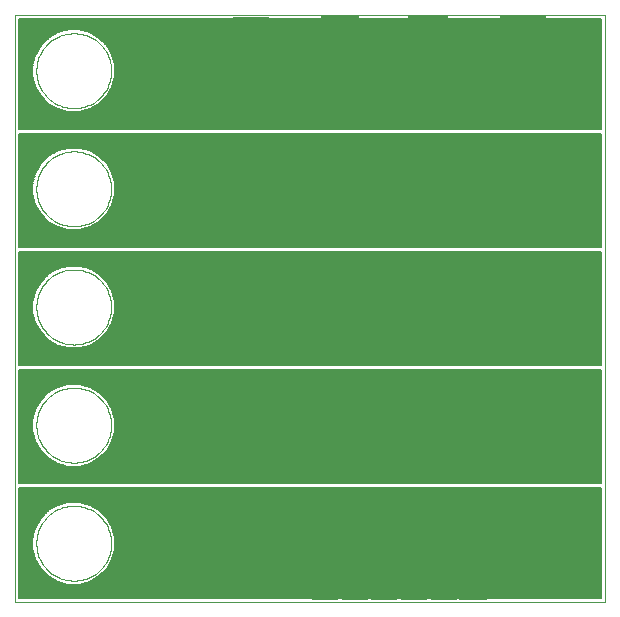
<source format=gtl>
G75*
G70*
%OFA0B0*%
%FSLAX24Y24*%
%IPPOS*%
%LPD*%
%AMOC8*
5,1,8,0,0,1.08239X$1,22.5*
%
%ADD10C,0.0000*%
%ADD11R,0.0551X0.0551*%
%ADD12R,0.0591X0.0591*%
%ADD13R,0.0866X0.0866*%
%ADD14R,0.0886X0.0886*%
%ADD15R,0.0945X0.0945*%
%ADD16R,0.1142X0.1142*%
%ADD17R,0.1181X0.1181*%
%ADD18R,0.1227X0.1227*%
%ADD19R,0.1266X0.1266*%
%ADD20R,0.1339X0.1339*%
%ADD21R,0.1581X0.1581*%
%ADD22C,0.0060*%
D10*
X000131Y000131D02*
X000131Y019718D01*
X019816Y019718D01*
X019816Y000131D01*
X000131Y000131D01*
X000850Y002100D02*
X000852Y002170D01*
X000858Y002240D01*
X000868Y002309D01*
X000881Y002378D01*
X000899Y002446D01*
X000920Y002513D01*
X000945Y002578D01*
X000974Y002642D01*
X001006Y002705D01*
X001042Y002765D01*
X001081Y002823D01*
X001123Y002879D01*
X001168Y002933D01*
X001216Y002984D01*
X001267Y003032D01*
X001321Y003077D01*
X001377Y003119D01*
X001435Y003158D01*
X001495Y003194D01*
X001558Y003226D01*
X001622Y003255D01*
X001687Y003280D01*
X001754Y003301D01*
X001822Y003319D01*
X001891Y003332D01*
X001960Y003342D01*
X002030Y003348D01*
X002100Y003350D01*
X002170Y003348D01*
X002240Y003342D01*
X002309Y003332D01*
X002378Y003319D01*
X002446Y003301D01*
X002513Y003280D01*
X002578Y003255D01*
X002642Y003226D01*
X002705Y003194D01*
X002765Y003158D01*
X002823Y003119D01*
X002879Y003077D01*
X002933Y003032D01*
X002984Y002984D01*
X003032Y002933D01*
X003077Y002879D01*
X003119Y002823D01*
X003158Y002765D01*
X003194Y002705D01*
X003226Y002642D01*
X003255Y002578D01*
X003280Y002513D01*
X003301Y002446D01*
X003319Y002378D01*
X003332Y002309D01*
X003342Y002240D01*
X003348Y002170D01*
X003350Y002100D01*
X003348Y002030D01*
X003342Y001960D01*
X003332Y001891D01*
X003319Y001822D01*
X003301Y001754D01*
X003280Y001687D01*
X003255Y001622D01*
X003226Y001558D01*
X003194Y001495D01*
X003158Y001435D01*
X003119Y001377D01*
X003077Y001321D01*
X003032Y001267D01*
X002984Y001216D01*
X002933Y001168D01*
X002879Y001123D01*
X002823Y001081D01*
X002765Y001042D01*
X002705Y001006D01*
X002642Y000974D01*
X002578Y000945D01*
X002513Y000920D01*
X002446Y000899D01*
X002378Y000881D01*
X002309Y000868D01*
X002240Y000858D01*
X002170Y000852D01*
X002100Y000850D01*
X002030Y000852D01*
X001960Y000858D01*
X001891Y000868D01*
X001822Y000881D01*
X001754Y000899D01*
X001687Y000920D01*
X001622Y000945D01*
X001558Y000974D01*
X001495Y001006D01*
X001435Y001042D01*
X001377Y001081D01*
X001321Y001123D01*
X001267Y001168D01*
X001216Y001216D01*
X001168Y001267D01*
X001123Y001321D01*
X001081Y001377D01*
X001042Y001435D01*
X001006Y001495D01*
X000974Y001558D01*
X000945Y001622D01*
X000920Y001687D01*
X000899Y001754D01*
X000881Y001822D01*
X000868Y001891D01*
X000858Y001960D01*
X000852Y002030D01*
X000850Y002100D01*
X000850Y006037D02*
X000852Y006107D01*
X000858Y006177D01*
X000868Y006246D01*
X000881Y006315D01*
X000899Y006383D01*
X000920Y006450D01*
X000945Y006515D01*
X000974Y006579D01*
X001006Y006642D01*
X001042Y006702D01*
X001081Y006760D01*
X001123Y006816D01*
X001168Y006870D01*
X001216Y006921D01*
X001267Y006969D01*
X001321Y007014D01*
X001377Y007056D01*
X001435Y007095D01*
X001495Y007131D01*
X001558Y007163D01*
X001622Y007192D01*
X001687Y007217D01*
X001754Y007238D01*
X001822Y007256D01*
X001891Y007269D01*
X001960Y007279D01*
X002030Y007285D01*
X002100Y007287D01*
X002170Y007285D01*
X002240Y007279D01*
X002309Y007269D01*
X002378Y007256D01*
X002446Y007238D01*
X002513Y007217D01*
X002578Y007192D01*
X002642Y007163D01*
X002705Y007131D01*
X002765Y007095D01*
X002823Y007056D01*
X002879Y007014D01*
X002933Y006969D01*
X002984Y006921D01*
X003032Y006870D01*
X003077Y006816D01*
X003119Y006760D01*
X003158Y006702D01*
X003194Y006642D01*
X003226Y006579D01*
X003255Y006515D01*
X003280Y006450D01*
X003301Y006383D01*
X003319Y006315D01*
X003332Y006246D01*
X003342Y006177D01*
X003348Y006107D01*
X003350Y006037D01*
X003348Y005967D01*
X003342Y005897D01*
X003332Y005828D01*
X003319Y005759D01*
X003301Y005691D01*
X003280Y005624D01*
X003255Y005559D01*
X003226Y005495D01*
X003194Y005432D01*
X003158Y005372D01*
X003119Y005314D01*
X003077Y005258D01*
X003032Y005204D01*
X002984Y005153D01*
X002933Y005105D01*
X002879Y005060D01*
X002823Y005018D01*
X002765Y004979D01*
X002705Y004943D01*
X002642Y004911D01*
X002578Y004882D01*
X002513Y004857D01*
X002446Y004836D01*
X002378Y004818D01*
X002309Y004805D01*
X002240Y004795D01*
X002170Y004789D01*
X002100Y004787D01*
X002030Y004789D01*
X001960Y004795D01*
X001891Y004805D01*
X001822Y004818D01*
X001754Y004836D01*
X001687Y004857D01*
X001622Y004882D01*
X001558Y004911D01*
X001495Y004943D01*
X001435Y004979D01*
X001377Y005018D01*
X001321Y005060D01*
X001267Y005105D01*
X001216Y005153D01*
X001168Y005204D01*
X001123Y005258D01*
X001081Y005314D01*
X001042Y005372D01*
X001006Y005432D01*
X000974Y005495D01*
X000945Y005559D01*
X000920Y005624D01*
X000899Y005691D01*
X000881Y005759D01*
X000868Y005828D01*
X000858Y005897D01*
X000852Y005967D01*
X000850Y006037D01*
X000850Y009974D02*
X000852Y010044D01*
X000858Y010114D01*
X000868Y010183D01*
X000881Y010252D01*
X000899Y010320D01*
X000920Y010387D01*
X000945Y010452D01*
X000974Y010516D01*
X001006Y010579D01*
X001042Y010639D01*
X001081Y010697D01*
X001123Y010753D01*
X001168Y010807D01*
X001216Y010858D01*
X001267Y010906D01*
X001321Y010951D01*
X001377Y010993D01*
X001435Y011032D01*
X001495Y011068D01*
X001558Y011100D01*
X001622Y011129D01*
X001687Y011154D01*
X001754Y011175D01*
X001822Y011193D01*
X001891Y011206D01*
X001960Y011216D01*
X002030Y011222D01*
X002100Y011224D01*
X002170Y011222D01*
X002240Y011216D01*
X002309Y011206D01*
X002378Y011193D01*
X002446Y011175D01*
X002513Y011154D01*
X002578Y011129D01*
X002642Y011100D01*
X002705Y011068D01*
X002765Y011032D01*
X002823Y010993D01*
X002879Y010951D01*
X002933Y010906D01*
X002984Y010858D01*
X003032Y010807D01*
X003077Y010753D01*
X003119Y010697D01*
X003158Y010639D01*
X003194Y010579D01*
X003226Y010516D01*
X003255Y010452D01*
X003280Y010387D01*
X003301Y010320D01*
X003319Y010252D01*
X003332Y010183D01*
X003342Y010114D01*
X003348Y010044D01*
X003350Y009974D01*
X003348Y009904D01*
X003342Y009834D01*
X003332Y009765D01*
X003319Y009696D01*
X003301Y009628D01*
X003280Y009561D01*
X003255Y009496D01*
X003226Y009432D01*
X003194Y009369D01*
X003158Y009309D01*
X003119Y009251D01*
X003077Y009195D01*
X003032Y009141D01*
X002984Y009090D01*
X002933Y009042D01*
X002879Y008997D01*
X002823Y008955D01*
X002765Y008916D01*
X002705Y008880D01*
X002642Y008848D01*
X002578Y008819D01*
X002513Y008794D01*
X002446Y008773D01*
X002378Y008755D01*
X002309Y008742D01*
X002240Y008732D01*
X002170Y008726D01*
X002100Y008724D01*
X002030Y008726D01*
X001960Y008732D01*
X001891Y008742D01*
X001822Y008755D01*
X001754Y008773D01*
X001687Y008794D01*
X001622Y008819D01*
X001558Y008848D01*
X001495Y008880D01*
X001435Y008916D01*
X001377Y008955D01*
X001321Y008997D01*
X001267Y009042D01*
X001216Y009090D01*
X001168Y009141D01*
X001123Y009195D01*
X001081Y009251D01*
X001042Y009309D01*
X001006Y009369D01*
X000974Y009432D01*
X000945Y009496D01*
X000920Y009561D01*
X000899Y009628D01*
X000881Y009696D01*
X000868Y009765D01*
X000858Y009834D01*
X000852Y009904D01*
X000850Y009974D01*
X000850Y013911D02*
X000852Y013981D01*
X000858Y014051D01*
X000868Y014120D01*
X000881Y014189D01*
X000899Y014257D01*
X000920Y014324D01*
X000945Y014389D01*
X000974Y014453D01*
X001006Y014516D01*
X001042Y014576D01*
X001081Y014634D01*
X001123Y014690D01*
X001168Y014744D01*
X001216Y014795D01*
X001267Y014843D01*
X001321Y014888D01*
X001377Y014930D01*
X001435Y014969D01*
X001495Y015005D01*
X001558Y015037D01*
X001622Y015066D01*
X001687Y015091D01*
X001754Y015112D01*
X001822Y015130D01*
X001891Y015143D01*
X001960Y015153D01*
X002030Y015159D01*
X002100Y015161D01*
X002170Y015159D01*
X002240Y015153D01*
X002309Y015143D01*
X002378Y015130D01*
X002446Y015112D01*
X002513Y015091D01*
X002578Y015066D01*
X002642Y015037D01*
X002705Y015005D01*
X002765Y014969D01*
X002823Y014930D01*
X002879Y014888D01*
X002933Y014843D01*
X002984Y014795D01*
X003032Y014744D01*
X003077Y014690D01*
X003119Y014634D01*
X003158Y014576D01*
X003194Y014516D01*
X003226Y014453D01*
X003255Y014389D01*
X003280Y014324D01*
X003301Y014257D01*
X003319Y014189D01*
X003332Y014120D01*
X003342Y014051D01*
X003348Y013981D01*
X003350Y013911D01*
X003348Y013841D01*
X003342Y013771D01*
X003332Y013702D01*
X003319Y013633D01*
X003301Y013565D01*
X003280Y013498D01*
X003255Y013433D01*
X003226Y013369D01*
X003194Y013306D01*
X003158Y013246D01*
X003119Y013188D01*
X003077Y013132D01*
X003032Y013078D01*
X002984Y013027D01*
X002933Y012979D01*
X002879Y012934D01*
X002823Y012892D01*
X002765Y012853D01*
X002705Y012817D01*
X002642Y012785D01*
X002578Y012756D01*
X002513Y012731D01*
X002446Y012710D01*
X002378Y012692D01*
X002309Y012679D01*
X002240Y012669D01*
X002170Y012663D01*
X002100Y012661D01*
X002030Y012663D01*
X001960Y012669D01*
X001891Y012679D01*
X001822Y012692D01*
X001754Y012710D01*
X001687Y012731D01*
X001622Y012756D01*
X001558Y012785D01*
X001495Y012817D01*
X001435Y012853D01*
X001377Y012892D01*
X001321Y012934D01*
X001267Y012979D01*
X001216Y013027D01*
X001168Y013078D01*
X001123Y013132D01*
X001081Y013188D01*
X001042Y013246D01*
X001006Y013306D01*
X000974Y013369D01*
X000945Y013433D01*
X000920Y013498D01*
X000899Y013565D01*
X000881Y013633D01*
X000868Y013702D01*
X000858Y013771D01*
X000852Y013841D01*
X000850Y013911D01*
X000850Y017848D02*
X000852Y017918D01*
X000858Y017988D01*
X000868Y018057D01*
X000881Y018126D01*
X000899Y018194D01*
X000920Y018261D01*
X000945Y018326D01*
X000974Y018390D01*
X001006Y018453D01*
X001042Y018513D01*
X001081Y018571D01*
X001123Y018627D01*
X001168Y018681D01*
X001216Y018732D01*
X001267Y018780D01*
X001321Y018825D01*
X001377Y018867D01*
X001435Y018906D01*
X001495Y018942D01*
X001558Y018974D01*
X001622Y019003D01*
X001687Y019028D01*
X001754Y019049D01*
X001822Y019067D01*
X001891Y019080D01*
X001960Y019090D01*
X002030Y019096D01*
X002100Y019098D01*
X002170Y019096D01*
X002240Y019090D01*
X002309Y019080D01*
X002378Y019067D01*
X002446Y019049D01*
X002513Y019028D01*
X002578Y019003D01*
X002642Y018974D01*
X002705Y018942D01*
X002765Y018906D01*
X002823Y018867D01*
X002879Y018825D01*
X002933Y018780D01*
X002984Y018732D01*
X003032Y018681D01*
X003077Y018627D01*
X003119Y018571D01*
X003158Y018513D01*
X003194Y018453D01*
X003226Y018390D01*
X003255Y018326D01*
X003280Y018261D01*
X003301Y018194D01*
X003319Y018126D01*
X003332Y018057D01*
X003342Y017988D01*
X003348Y017918D01*
X003350Y017848D01*
X003348Y017778D01*
X003342Y017708D01*
X003332Y017639D01*
X003319Y017570D01*
X003301Y017502D01*
X003280Y017435D01*
X003255Y017370D01*
X003226Y017306D01*
X003194Y017243D01*
X003158Y017183D01*
X003119Y017125D01*
X003077Y017069D01*
X003032Y017015D01*
X002984Y016964D01*
X002933Y016916D01*
X002879Y016871D01*
X002823Y016829D01*
X002765Y016790D01*
X002705Y016754D01*
X002642Y016722D01*
X002578Y016693D01*
X002513Y016668D01*
X002446Y016647D01*
X002378Y016629D01*
X002309Y016616D01*
X002240Y016606D01*
X002170Y016600D01*
X002100Y016598D01*
X002030Y016600D01*
X001960Y016606D01*
X001891Y016616D01*
X001822Y016629D01*
X001754Y016647D01*
X001687Y016668D01*
X001622Y016693D01*
X001558Y016722D01*
X001495Y016754D01*
X001435Y016790D01*
X001377Y016829D01*
X001321Y016871D01*
X001267Y016916D01*
X001216Y016964D01*
X001168Y017015D01*
X001123Y017069D01*
X001081Y017125D01*
X001042Y017183D01*
X001006Y017243D01*
X000974Y017306D01*
X000945Y017370D01*
X000920Y017435D01*
X000899Y017502D01*
X000881Y017570D01*
X000868Y017639D01*
X000858Y017708D01*
X000852Y017778D01*
X000850Y017848D01*
D11*
X004855Y016273D03*
X005643Y016273D03*
X006430Y016273D03*
X007218Y016273D03*
X008005Y016273D03*
X008792Y016273D03*
X008792Y012336D03*
X008005Y012336D03*
X007218Y012336D03*
X006430Y012336D03*
X005643Y012336D03*
X004855Y012336D03*
X004855Y008399D03*
X005643Y008399D03*
X006430Y008399D03*
X007218Y008399D03*
X008005Y008399D03*
X008792Y008399D03*
X008792Y004462D03*
X008005Y004462D03*
X007218Y004462D03*
X006430Y004462D03*
X005643Y004462D03*
X004855Y004462D03*
X004855Y000525D03*
X005643Y000525D03*
X006430Y000525D03*
X007218Y000525D03*
X008005Y000525D03*
X008792Y000525D03*
D12*
X009580Y000525D03*
X009580Y004462D03*
X009580Y008399D03*
X009580Y012336D03*
X009580Y016273D03*
D13*
X010485Y016391D03*
X011470Y016391D03*
X012454Y016391D03*
X013438Y016391D03*
X013438Y012454D03*
X012454Y012454D03*
X011470Y012454D03*
X010485Y012454D03*
X010485Y008517D03*
X011470Y008517D03*
X012454Y008517D03*
X013438Y008517D03*
X013438Y004580D03*
X012454Y004580D03*
X011470Y004580D03*
X010485Y004580D03*
X010485Y000643D03*
X011470Y000643D03*
X012454Y000643D03*
X013438Y000643D03*
D14*
X014422Y000643D03*
X014422Y004580D03*
X014422Y008517D03*
X014422Y012454D03*
X014422Y016391D03*
D15*
X015407Y016430D03*
X015407Y012493D03*
X015407Y008556D03*
X015407Y004619D03*
X015407Y000682D03*
D16*
X016548Y000800D03*
X017769Y000800D03*
X018989Y000800D03*
X018989Y004737D03*
X017769Y004737D03*
X016548Y004737D03*
X016548Y008674D03*
X017769Y008674D03*
X018989Y008674D03*
X018989Y012611D03*
X017769Y012611D03*
X016548Y012611D03*
X016548Y016548D03*
X017769Y016548D03*
X018989Y016548D03*
D17*
X005052Y015092D03*
X005052Y019029D03*
X005052Y011155D03*
X005052Y007218D03*
X005052Y003281D03*
D18*
X008005Y003281D03*
X008005Y007218D03*
X008005Y011155D03*
X008005Y015092D03*
X008005Y019029D03*
D19*
X010958Y019029D03*
X010958Y015092D03*
X010958Y011155D03*
X010958Y007218D03*
X010958Y003281D03*
D20*
X013911Y003281D03*
X013911Y007218D03*
X013911Y011155D03*
X013911Y015092D03*
X013911Y019029D03*
D21*
X017060Y018911D03*
X017060Y014974D03*
X017060Y011037D03*
X017060Y007100D03*
X017060Y003163D03*
D22*
X019686Y003175D02*
X002975Y003175D01*
X002947Y003204D02*
X002632Y003385D01*
X002281Y003479D01*
X001918Y003479D01*
X001567Y003385D01*
X001252Y003204D01*
X000995Y002947D01*
X000814Y002632D01*
X000720Y002281D01*
X000720Y001918D01*
X000814Y001567D01*
X000995Y001252D01*
X001252Y000995D01*
X001567Y000814D01*
X001918Y000720D01*
X002281Y000720D01*
X002632Y000814D01*
X002947Y000995D01*
X003204Y001252D01*
X003385Y001567D01*
X003479Y001918D01*
X003479Y002281D01*
X003385Y002632D01*
X003204Y002947D01*
X002947Y003204D01*
X002895Y003234D02*
X019686Y003234D01*
X019686Y003292D02*
X002793Y003292D01*
X002692Y003351D02*
X019686Y003351D01*
X019686Y003409D02*
X002543Y003409D01*
X002324Y003468D02*
X019686Y003468D01*
X019686Y003527D02*
X000261Y003527D01*
X000261Y003585D02*
X019686Y003585D01*
X019686Y003644D02*
X000261Y003644D01*
X000261Y003702D02*
X019686Y003702D01*
X019686Y003761D02*
X000261Y003761D01*
X000261Y003819D02*
X019686Y003819D01*
X019686Y003878D02*
X000261Y003878D01*
X000261Y003936D02*
X019686Y003936D01*
X019686Y003940D02*
X000261Y003940D01*
X000261Y000261D01*
X019686Y000261D01*
X019686Y003940D01*
X019686Y004098D02*
X000261Y004098D01*
X000261Y007877D01*
X019686Y007877D01*
X019686Y004098D01*
X019686Y004112D02*
X000261Y004112D01*
X000261Y004171D02*
X019686Y004171D01*
X019686Y004229D02*
X000261Y004229D01*
X000261Y004288D02*
X019686Y004288D01*
X019686Y004346D02*
X000261Y004346D01*
X000261Y004405D02*
X019686Y004405D01*
X019686Y004463D02*
X000261Y004463D01*
X000261Y004522D02*
X019686Y004522D01*
X019686Y004580D02*
X000261Y004580D01*
X000261Y004639D02*
X019686Y004639D01*
X019686Y004697D02*
X002434Y004697D01*
X002281Y004657D02*
X002632Y004751D01*
X002947Y004932D01*
X003204Y005189D01*
X003385Y005504D01*
X003479Y005855D01*
X003479Y006218D01*
X003385Y006569D01*
X003204Y006884D01*
X002947Y007141D01*
X002632Y007322D01*
X002281Y007416D01*
X001918Y007416D01*
X001567Y007322D01*
X001252Y007141D01*
X000995Y006884D01*
X000814Y006569D01*
X000720Y006218D01*
X000720Y005855D01*
X000814Y005504D01*
X000995Y005189D01*
X001252Y004932D01*
X001567Y004751D01*
X001918Y004657D01*
X002281Y004657D01*
X002641Y004756D02*
X019686Y004756D01*
X019686Y004814D02*
X002743Y004814D01*
X002844Y004873D02*
X019686Y004873D01*
X019686Y004932D02*
X002946Y004932D01*
X003005Y004990D02*
X019686Y004990D01*
X019686Y005049D02*
X003063Y005049D01*
X003122Y005107D02*
X019686Y005107D01*
X019686Y005166D02*
X003180Y005166D01*
X003224Y005224D02*
X019686Y005224D01*
X019686Y005283D02*
X003258Y005283D01*
X003292Y005341D02*
X019686Y005341D01*
X019686Y005400D02*
X003325Y005400D01*
X003359Y005458D02*
X019686Y005458D01*
X019686Y005517D02*
X003389Y005517D01*
X003405Y005576D02*
X019686Y005576D01*
X019686Y005634D02*
X003420Y005634D01*
X003436Y005693D02*
X019686Y005693D01*
X019686Y005751D02*
X003452Y005751D01*
X003467Y005810D02*
X019686Y005810D01*
X019686Y005868D02*
X003479Y005868D01*
X003479Y005927D02*
X019686Y005927D01*
X019686Y005985D02*
X003479Y005985D01*
X003479Y006044D02*
X019686Y006044D01*
X019686Y006102D02*
X003479Y006102D01*
X003479Y006161D02*
X019686Y006161D01*
X019686Y006220D02*
X003479Y006220D01*
X003463Y006278D02*
X019686Y006278D01*
X019686Y006337D02*
X003448Y006337D01*
X003432Y006395D02*
X019686Y006395D01*
X019686Y006454D02*
X003416Y006454D01*
X003401Y006512D02*
X019686Y006512D01*
X019686Y006571D02*
X003385Y006571D01*
X003351Y006629D02*
X019686Y006629D01*
X019686Y006688D02*
X003317Y006688D01*
X003283Y006746D02*
X019686Y006746D01*
X019686Y006805D02*
X003249Y006805D01*
X003216Y006864D02*
X019686Y006864D01*
X019686Y006922D02*
X003166Y006922D01*
X003107Y006981D02*
X019686Y006981D01*
X019686Y007039D02*
X003049Y007039D01*
X002990Y007098D02*
X019686Y007098D01*
X019686Y007156D02*
X002920Y007156D01*
X002819Y007215D02*
X019686Y007215D01*
X019686Y007273D02*
X002717Y007273D01*
X002597Y007332D02*
X019686Y007332D01*
X019686Y007390D02*
X002379Y007390D01*
X001820Y007390D02*
X000261Y007390D01*
X000261Y007332D02*
X001602Y007332D01*
X001482Y007273D02*
X000261Y007273D01*
X000261Y007215D02*
X001380Y007215D01*
X001279Y007156D02*
X000261Y007156D01*
X000261Y007098D02*
X001209Y007098D01*
X001151Y007039D02*
X000261Y007039D01*
X000261Y006981D02*
X001092Y006981D01*
X001033Y006922D02*
X000261Y006922D01*
X000261Y006864D02*
X000984Y006864D01*
X000950Y006805D02*
X000261Y006805D01*
X000261Y006746D02*
X000916Y006746D01*
X000882Y006688D02*
X000261Y006688D01*
X000261Y006629D02*
X000848Y006629D01*
X000815Y006571D02*
X000261Y006571D01*
X000261Y006512D02*
X000798Y006512D01*
X000783Y006454D02*
X000261Y006454D01*
X000261Y006395D02*
X000767Y006395D01*
X000751Y006337D02*
X000261Y006337D01*
X000261Y006278D02*
X000736Y006278D01*
X000720Y006220D02*
X000261Y006220D01*
X000261Y006161D02*
X000720Y006161D01*
X000720Y006102D02*
X000261Y006102D01*
X000261Y006044D02*
X000720Y006044D01*
X000720Y005985D02*
X000261Y005985D01*
X000261Y005927D02*
X000720Y005927D01*
X000720Y005868D02*
X000261Y005868D01*
X000261Y005810D02*
X000732Y005810D01*
X000747Y005751D02*
X000261Y005751D01*
X000261Y005693D02*
X000763Y005693D01*
X000779Y005634D02*
X000261Y005634D01*
X000261Y005576D02*
X000794Y005576D01*
X000810Y005517D02*
X000261Y005517D01*
X000261Y005458D02*
X000840Y005458D01*
X000874Y005400D02*
X000261Y005400D01*
X000261Y005341D02*
X000907Y005341D01*
X000941Y005283D02*
X000261Y005283D01*
X000261Y005224D02*
X000975Y005224D01*
X001019Y005166D02*
X000261Y005166D01*
X000261Y005107D02*
X001077Y005107D01*
X001136Y005049D02*
X000261Y005049D01*
X000261Y004990D02*
X001194Y004990D01*
X001253Y004932D02*
X000261Y004932D01*
X000261Y004873D02*
X001355Y004873D01*
X001456Y004814D02*
X000261Y004814D01*
X000261Y004756D02*
X001558Y004756D01*
X001765Y004697D02*
X000261Y004697D01*
X000261Y003468D02*
X001875Y003468D01*
X001656Y003409D02*
X000261Y003409D01*
X000261Y003351D02*
X001507Y003351D01*
X001406Y003292D02*
X000261Y003292D01*
X000261Y003234D02*
X001304Y003234D01*
X001224Y003175D02*
X000261Y003175D01*
X000261Y003117D02*
X001165Y003117D01*
X001107Y003058D02*
X000261Y003058D01*
X000261Y003000D02*
X001048Y003000D01*
X000992Y002941D02*
X000261Y002941D01*
X000261Y002883D02*
X000958Y002883D01*
X000924Y002824D02*
X000261Y002824D01*
X000261Y002765D02*
X000891Y002765D01*
X000857Y002707D02*
X000261Y002707D01*
X000261Y002648D02*
X000823Y002648D01*
X000802Y002590D02*
X000261Y002590D01*
X000261Y002531D02*
X000787Y002531D01*
X000771Y002473D02*
X000261Y002473D01*
X000261Y002414D02*
X000755Y002414D01*
X000739Y002356D02*
X000261Y002356D01*
X000261Y002297D02*
X000724Y002297D01*
X000720Y002239D02*
X000261Y002239D01*
X000261Y002180D02*
X000720Y002180D01*
X000720Y002121D02*
X000261Y002121D01*
X000261Y002063D02*
X000720Y002063D01*
X000720Y002004D02*
X000261Y002004D01*
X000261Y001946D02*
X000720Y001946D01*
X000728Y001887D02*
X000261Y001887D01*
X000261Y001829D02*
X000743Y001829D01*
X000759Y001770D02*
X000261Y001770D01*
X000261Y001712D02*
X000775Y001712D01*
X000790Y001653D02*
X000261Y001653D01*
X000261Y001595D02*
X000806Y001595D01*
X000831Y001536D02*
X000261Y001536D01*
X000261Y001478D02*
X000865Y001478D01*
X000899Y001419D02*
X000261Y001419D01*
X000261Y001360D02*
X000933Y001360D01*
X000966Y001302D02*
X000261Y001302D01*
X000261Y001243D02*
X001004Y001243D01*
X001063Y001185D02*
X000261Y001185D01*
X000261Y001126D02*
X001121Y001126D01*
X001180Y001068D02*
X000261Y001068D01*
X000261Y001009D02*
X001238Y001009D01*
X001329Y000951D02*
X000261Y000951D01*
X000261Y000892D02*
X001431Y000892D01*
X001532Y000834D02*
X000261Y000834D01*
X000261Y000775D02*
X001711Y000775D01*
X002488Y000775D02*
X019686Y000775D01*
X019686Y000716D02*
X000261Y000716D01*
X000261Y000658D02*
X019686Y000658D01*
X019686Y000599D02*
X000261Y000599D01*
X000261Y000541D02*
X019686Y000541D01*
X019686Y000482D02*
X000261Y000482D01*
X000261Y000424D02*
X019686Y000424D01*
X019686Y000365D02*
X000261Y000365D01*
X000261Y000307D02*
X019686Y000307D01*
X019686Y000834D02*
X002667Y000834D01*
X002768Y000892D02*
X019686Y000892D01*
X019686Y000951D02*
X002870Y000951D01*
X002961Y001009D02*
X019686Y001009D01*
X019686Y001068D02*
X003019Y001068D01*
X003078Y001126D02*
X019686Y001126D01*
X019686Y001185D02*
X003136Y001185D01*
X003195Y001243D02*
X019686Y001243D01*
X019686Y001302D02*
X003232Y001302D01*
X003266Y001360D02*
X019686Y001360D01*
X019686Y001419D02*
X003300Y001419D01*
X003334Y001478D02*
X019686Y001478D01*
X019686Y001536D02*
X003368Y001536D01*
X003393Y001595D02*
X019686Y001595D01*
X019686Y001653D02*
X003409Y001653D01*
X003424Y001712D02*
X019686Y001712D01*
X019686Y001770D02*
X003440Y001770D01*
X003456Y001829D02*
X019686Y001829D01*
X019686Y001887D02*
X003471Y001887D01*
X003479Y001946D02*
X019686Y001946D01*
X019686Y002004D02*
X003479Y002004D01*
X003479Y002063D02*
X019686Y002063D01*
X019686Y002121D02*
X003479Y002121D01*
X003479Y002180D02*
X019686Y002180D01*
X019686Y002239D02*
X003479Y002239D01*
X003475Y002297D02*
X019686Y002297D01*
X019686Y002356D02*
X003460Y002356D01*
X003444Y002414D02*
X019686Y002414D01*
X019686Y002473D02*
X003428Y002473D01*
X003412Y002531D02*
X019686Y002531D01*
X019686Y002590D02*
X003397Y002590D01*
X003376Y002648D02*
X019686Y002648D01*
X019686Y002707D02*
X003342Y002707D01*
X003309Y002765D02*
X019686Y002765D01*
X019686Y002824D02*
X003275Y002824D01*
X003241Y002883D02*
X019686Y002883D01*
X019686Y002941D02*
X003207Y002941D01*
X003151Y003000D02*
X019686Y003000D01*
X019686Y003058D02*
X003092Y003058D01*
X003034Y003117D02*
X019686Y003117D01*
X019686Y007449D02*
X000261Y007449D01*
X000261Y007507D02*
X019686Y007507D01*
X019686Y007566D02*
X000261Y007566D01*
X000261Y007625D02*
X019686Y007625D01*
X019686Y007683D02*
X000261Y007683D01*
X000261Y007742D02*
X019686Y007742D01*
X019686Y007800D02*
X000261Y007800D01*
X000261Y007859D02*
X019686Y007859D01*
X019686Y008035D02*
X000261Y008035D01*
X000261Y011814D01*
X019686Y011814D01*
X019686Y008035D01*
X019686Y008093D02*
X000261Y008093D01*
X000261Y008151D02*
X019686Y008151D01*
X019686Y008210D02*
X000261Y008210D01*
X000261Y008269D02*
X019686Y008269D01*
X019686Y008327D02*
X000261Y008327D01*
X000261Y008386D02*
X019686Y008386D01*
X019686Y008444D02*
X000261Y008444D01*
X000261Y008503D02*
X019686Y008503D01*
X019686Y008561D02*
X000261Y008561D01*
X000261Y008620D02*
X001820Y008620D01*
X001918Y008594D02*
X002281Y008594D01*
X002632Y008688D01*
X002947Y008869D01*
X003204Y009126D01*
X003385Y009441D01*
X003479Y009792D01*
X003479Y010155D01*
X003385Y010506D01*
X003204Y010821D01*
X002947Y011078D01*
X002632Y011259D01*
X002281Y011354D01*
X001918Y011354D01*
X001567Y011259D01*
X001252Y011078D01*
X000995Y010821D01*
X000814Y010506D01*
X000720Y010155D01*
X000720Y009792D01*
X000814Y009441D01*
X000995Y009126D01*
X001252Y008869D01*
X001567Y008688D01*
X001918Y008594D01*
X001601Y008678D02*
X000261Y008678D01*
X000261Y008737D02*
X001481Y008737D01*
X001380Y008795D02*
X000261Y008795D01*
X000261Y008854D02*
X001279Y008854D01*
X001209Y008913D02*
X000261Y008913D01*
X000261Y008971D02*
X001150Y008971D01*
X001092Y009030D02*
X000261Y009030D01*
X000261Y009088D02*
X001033Y009088D01*
X000983Y009147D02*
X000261Y009147D01*
X000261Y009205D02*
X000950Y009205D01*
X000916Y009264D02*
X000261Y009264D01*
X000261Y009322D02*
X000882Y009322D01*
X000848Y009381D02*
X000261Y009381D01*
X000261Y009439D02*
X000814Y009439D01*
X000798Y009498D02*
X000261Y009498D01*
X000261Y009556D02*
X000783Y009556D01*
X000767Y009615D02*
X000261Y009615D01*
X000261Y009674D02*
X000751Y009674D01*
X000736Y009732D02*
X000261Y009732D01*
X000261Y009791D02*
X000720Y009791D01*
X000720Y009849D02*
X000261Y009849D01*
X000261Y009908D02*
X000720Y009908D01*
X000720Y009966D02*
X000261Y009966D01*
X000261Y010025D02*
X000720Y010025D01*
X000720Y010083D02*
X000261Y010083D01*
X000261Y010142D02*
X000720Y010142D01*
X000732Y010200D02*
X000261Y010200D01*
X000261Y010259D02*
X000747Y010259D01*
X000763Y010318D02*
X000261Y010318D01*
X000261Y010376D02*
X000779Y010376D01*
X000794Y010435D02*
X000261Y010435D01*
X000261Y010493D02*
X000810Y010493D01*
X000840Y010552D02*
X000261Y010552D01*
X000261Y010610D02*
X000874Y010610D01*
X000907Y010669D02*
X000261Y010669D01*
X000261Y010727D02*
X000941Y010727D01*
X000975Y010786D02*
X000261Y010786D01*
X000261Y010844D02*
X001019Y010844D01*
X001077Y010903D02*
X000261Y010903D01*
X000261Y010962D02*
X001136Y010962D01*
X001194Y011020D02*
X000261Y011020D01*
X000261Y011079D02*
X001254Y011079D01*
X001355Y011137D02*
X000261Y011137D01*
X000261Y011196D02*
X001456Y011196D01*
X001558Y011254D02*
X000261Y011254D01*
X000261Y011313D02*
X001766Y011313D01*
X002433Y011313D02*
X019686Y011313D01*
X019686Y011371D02*
X000261Y011371D01*
X000261Y011430D02*
X019686Y011430D01*
X019686Y011488D02*
X000261Y011488D01*
X000261Y011547D02*
X019686Y011547D01*
X019686Y011606D02*
X000261Y011606D01*
X000261Y011664D02*
X019686Y011664D01*
X019686Y011723D02*
X000261Y011723D01*
X000261Y011781D02*
X019686Y011781D01*
X019686Y011972D02*
X000261Y011972D01*
X000261Y015751D01*
X019686Y015751D01*
X019686Y011972D01*
X019686Y012015D02*
X000261Y012015D01*
X000261Y012074D02*
X019686Y012074D01*
X019686Y012132D02*
X000261Y012132D01*
X000261Y012191D02*
X019686Y012191D01*
X019686Y012249D02*
X000261Y012249D01*
X000261Y012308D02*
X019686Y012308D01*
X019686Y012367D02*
X000261Y012367D01*
X000261Y012425D02*
X019686Y012425D01*
X019686Y012484D02*
X000261Y012484D01*
X000261Y012542D02*
X001874Y012542D01*
X001918Y012531D02*
X002281Y012531D01*
X002632Y012625D01*
X002947Y012806D01*
X003204Y013063D01*
X003385Y013378D01*
X003479Y013729D01*
X003479Y014092D01*
X003385Y014443D01*
X003204Y014758D01*
X002947Y015015D01*
X002632Y015196D01*
X002281Y015291D01*
X001918Y015291D01*
X001567Y015196D01*
X001252Y015015D01*
X000995Y014758D01*
X000814Y014443D01*
X000720Y014092D01*
X000720Y013729D01*
X000814Y013378D01*
X000995Y013063D01*
X001252Y012806D01*
X001567Y012625D01*
X001918Y012531D01*
X001656Y012601D02*
X000261Y012601D01*
X000261Y012659D02*
X001507Y012659D01*
X001405Y012718D02*
X000261Y012718D01*
X000261Y012776D02*
X001304Y012776D01*
X001224Y012835D02*
X000261Y012835D01*
X000261Y012893D02*
X001165Y012893D01*
X001106Y012952D02*
X000261Y012952D01*
X000261Y013011D02*
X001048Y013011D01*
X000992Y013069D02*
X000261Y013069D01*
X000261Y013128D02*
X000958Y013128D01*
X000924Y013186D02*
X000261Y013186D01*
X000261Y013245D02*
X000890Y013245D01*
X000857Y013303D02*
X000261Y013303D01*
X000261Y013362D02*
X000823Y013362D01*
X000802Y013420D02*
X000261Y013420D01*
X000261Y013479D02*
X000786Y013479D01*
X000771Y013537D02*
X000261Y013537D01*
X000261Y013596D02*
X000755Y013596D01*
X000739Y013655D02*
X000261Y013655D01*
X000261Y013713D02*
X000724Y013713D01*
X000720Y013772D02*
X000261Y013772D01*
X000261Y013830D02*
X000720Y013830D01*
X000720Y013889D02*
X000261Y013889D01*
X000261Y013947D02*
X000720Y013947D01*
X000720Y014006D02*
X000261Y014006D01*
X000261Y014064D02*
X000720Y014064D01*
X000728Y014123D02*
X000261Y014123D01*
X000261Y014181D02*
X000743Y014181D01*
X000759Y014240D02*
X000261Y014240D01*
X000261Y014299D02*
X000775Y014299D01*
X000791Y014357D02*
X000261Y014357D01*
X000261Y014416D02*
X000806Y014416D01*
X000831Y014474D02*
X000261Y014474D01*
X000261Y014533D02*
X000865Y014533D01*
X000899Y014591D02*
X000261Y014591D01*
X000261Y014650D02*
X000933Y014650D01*
X000967Y014708D02*
X000261Y014708D01*
X000261Y014767D02*
X001004Y014767D01*
X001063Y014825D02*
X000261Y014825D01*
X000261Y014884D02*
X001121Y014884D01*
X001180Y014942D02*
X000261Y014942D01*
X000261Y015001D02*
X001238Y015001D01*
X001330Y015060D02*
X000261Y015060D01*
X000261Y015118D02*
X001431Y015118D01*
X001533Y015177D02*
X000261Y015177D01*
X000261Y015235D02*
X001711Y015235D01*
X002488Y015235D02*
X019686Y015235D01*
X019686Y015177D02*
X002666Y015177D01*
X002768Y015118D02*
X019686Y015118D01*
X019686Y015060D02*
X002869Y015060D01*
X002961Y015001D02*
X019686Y015001D01*
X019686Y014942D02*
X003019Y014942D01*
X003078Y014884D02*
X019686Y014884D01*
X019686Y014825D02*
X003136Y014825D01*
X003195Y014767D02*
X019686Y014767D01*
X019686Y014708D02*
X003232Y014708D01*
X003266Y014650D02*
X019686Y014650D01*
X019686Y014591D02*
X003300Y014591D01*
X003334Y014533D02*
X019686Y014533D01*
X019686Y014474D02*
X003368Y014474D01*
X003393Y014416D02*
X019686Y014416D01*
X019686Y014357D02*
X003409Y014357D01*
X003424Y014299D02*
X019686Y014299D01*
X019686Y014240D02*
X003440Y014240D01*
X003456Y014181D02*
X019686Y014181D01*
X019686Y014123D02*
X003471Y014123D01*
X003479Y014064D02*
X019686Y014064D01*
X019686Y014006D02*
X003479Y014006D01*
X003479Y013947D02*
X019686Y013947D01*
X019686Y013889D02*
X003479Y013889D01*
X003479Y013830D02*
X019686Y013830D01*
X019686Y013772D02*
X003479Y013772D01*
X003475Y013713D02*
X019686Y013713D01*
X019686Y013655D02*
X003460Y013655D01*
X003444Y013596D02*
X019686Y013596D01*
X019686Y013537D02*
X003428Y013537D01*
X003412Y013479D02*
X019686Y013479D01*
X019686Y013420D02*
X003397Y013420D01*
X003376Y013362D02*
X019686Y013362D01*
X019686Y013303D02*
X003342Y013303D01*
X003309Y013245D02*
X019686Y013245D01*
X019686Y013186D02*
X003275Y013186D01*
X003241Y013128D02*
X019686Y013128D01*
X019686Y013069D02*
X003207Y013069D01*
X003151Y013011D02*
X019686Y013011D01*
X019686Y012952D02*
X003093Y012952D01*
X003034Y012893D02*
X019686Y012893D01*
X019686Y012835D02*
X002976Y012835D01*
X002895Y012776D02*
X019686Y012776D01*
X019686Y012718D02*
X002794Y012718D01*
X002692Y012659D02*
X019686Y012659D01*
X019686Y012601D02*
X002543Y012601D01*
X002325Y012542D02*
X019686Y012542D01*
X019686Y011254D02*
X002641Y011254D01*
X002743Y011196D02*
X019686Y011196D01*
X019686Y011137D02*
X002844Y011137D01*
X002945Y011079D02*
X019686Y011079D01*
X019686Y011020D02*
X003005Y011020D01*
X003063Y010962D02*
X019686Y010962D01*
X019686Y010903D02*
X003122Y010903D01*
X003180Y010844D02*
X019686Y010844D01*
X019686Y010786D02*
X003224Y010786D01*
X003258Y010727D02*
X019686Y010727D01*
X019686Y010669D02*
X003292Y010669D01*
X003325Y010610D02*
X019686Y010610D01*
X019686Y010552D02*
X003359Y010552D01*
X003389Y010493D02*
X019686Y010493D01*
X019686Y010435D02*
X003405Y010435D01*
X003420Y010376D02*
X019686Y010376D01*
X019686Y010318D02*
X003436Y010318D01*
X003452Y010259D02*
X019686Y010259D01*
X019686Y010200D02*
X003467Y010200D01*
X003479Y010142D02*
X019686Y010142D01*
X019686Y010083D02*
X003479Y010083D01*
X003479Y010025D02*
X019686Y010025D01*
X019686Y009966D02*
X003479Y009966D01*
X003479Y009908D02*
X019686Y009908D01*
X019686Y009849D02*
X003479Y009849D01*
X003479Y009791D02*
X019686Y009791D01*
X019686Y009732D02*
X003463Y009732D01*
X003448Y009674D02*
X019686Y009674D01*
X019686Y009615D02*
X003432Y009615D01*
X003416Y009556D02*
X019686Y009556D01*
X019686Y009498D02*
X003401Y009498D01*
X003385Y009439D02*
X019686Y009439D01*
X019686Y009381D02*
X003351Y009381D01*
X003317Y009322D02*
X019686Y009322D01*
X019686Y009264D02*
X003283Y009264D01*
X003249Y009205D02*
X019686Y009205D01*
X019686Y009147D02*
X003216Y009147D01*
X003166Y009088D02*
X019686Y009088D01*
X019686Y009030D02*
X003107Y009030D01*
X003049Y008971D02*
X019686Y008971D01*
X019686Y008913D02*
X002990Y008913D01*
X002920Y008854D02*
X019686Y008854D01*
X019686Y008795D02*
X002819Y008795D01*
X002718Y008737D02*
X019686Y008737D01*
X019686Y008678D02*
X002598Y008678D01*
X002379Y008620D02*
X019686Y008620D01*
X019686Y015294D02*
X000261Y015294D01*
X000261Y015352D02*
X019686Y015352D01*
X019686Y015411D02*
X000261Y015411D01*
X000261Y015469D02*
X019686Y015469D01*
X019686Y015528D02*
X000261Y015528D01*
X000261Y015586D02*
X019686Y015586D01*
X019686Y015645D02*
X000261Y015645D01*
X000261Y015704D02*
X019686Y015704D01*
X019686Y015909D02*
X000261Y015909D01*
X000261Y019588D01*
X019686Y019588D01*
X019686Y015909D01*
X019686Y015938D02*
X000261Y015938D01*
X000261Y015996D02*
X019686Y015996D01*
X019686Y016055D02*
X000261Y016055D01*
X000261Y016113D02*
X019686Y016113D01*
X019686Y016172D02*
X000261Y016172D01*
X000261Y016230D02*
X019686Y016230D01*
X019686Y016289D02*
X000261Y016289D01*
X000261Y016348D02*
X019686Y016348D01*
X019686Y016406D02*
X000261Y016406D01*
X000261Y016465D02*
X019686Y016465D01*
X019686Y016523D02*
X002489Y016523D01*
X002632Y016562D02*
X002281Y016468D01*
X001918Y016468D01*
X001567Y016562D01*
X001252Y016743D01*
X000995Y017000D01*
X000814Y017315D01*
X000720Y017666D01*
X000720Y018029D01*
X000814Y018380D01*
X000995Y018695D01*
X001252Y018952D01*
X001567Y019133D01*
X001918Y019228D01*
X002281Y019228D01*
X002632Y019133D01*
X002947Y018952D01*
X003204Y018695D01*
X003385Y018380D01*
X003479Y018029D01*
X003479Y017666D01*
X003385Y017315D01*
X003204Y017000D01*
X002947Y016743D01*
X002632Y016562D01*
X002667Y016582D02*
X019686Y016582D01*
X019686Y016640D02*
X002768Y016640D01*
X002870Y016699D02*
X019686Y016699D01*
X019686Y016757D02*
X002961Y016757D01*
X003019Y016816D02*
X019686Y016816D01*
X019686Y016874D02*
X003078Y016874D01*
X003137Y016933D02*
X019686Y016933D01*
X019686Y016991D02*
X003195Y016991D01*
X003233Y017050D02*
X019686Y017050D01*
X019686Y017109D02*
X003266Y017109D01*
X003300Y017167D02*
X019686Y017167D01*
X019686Y017226D02*
X003334Y017226D01*
X003368Y017284D02*
X019686Y017284D01*
X019686Y017343D02*
X003393Y017343D01*
X003409Y017401D02*
X019686Y017401D01*
X019686Y017460D02*
X003424Y017460D01*
X003440Y017518D02*
X019686Y017518D01*
X019686Y017577D02*
X003456Y017577D01*
X003471Y017635D02*
X019686Y017635D01*
X019686Y017694D02*
X003479Y017694D01*
X003479Y017753D02*
X019686Y017753D01*
X019686Y017811D02*
X003479Y017811D01*
X003479Y017870D02*
X019686Y017870D01*
X019686Y017928D02*
X003479Y017928D01*
X003479Y017987D02*
X019686Y017987D01*
X019686Y018045D02*
X003475Y018045D01*
X003460Y018104D02*
X019686Y018104D01*
X019686Y018162D02*
X003444Y018162D01*
X003428Y018221D02*
X019686Y018221D01*
X019686Y018279D02*
X003412Y018279D01*
X003397Y018338D02*
X019686Y018338D01*
X019686Y018397D02*
X003376Y018397D01*
X003342Y018455D02*
X019686Y018455D01*
X019686Y018514D02*
X003308Y018514D01*
X003275Y018572D02*
X019686Y018572D01*
X019686Y018631D02*
X003241Y018631D01*
X003207Y018689D02*
X019686Y018689D01*
X019686Y018748D02*
X003151Y018748D01*
X003092Y018806D02*
X019686Y018806D01*
X019686Y018865D02*
X003034Y018865D01*
X002975Y018923D02*
X019686Y018923D01*
X019686Y018982D02*
X002895Y018982D01*
X002793Y019041D02*
X019686Y019041D01*
X019686Y019099D02*
X002692Y019099D01*
X002542Y019158D02*
X019686Y019158D01*
X019686Y019216D02*
X002324Y019216D01*
X001875Y019216D02*
X000261Y019216D01*
X000261Y019158D02*
X001657Y019158D01*
X001507Y019099D02*
X000261Y019099D01*
X000261Y019041D02*
X001406Y019041D01*
X001304Y018982D02*
X000261Y018982D01*
X000261Y018923D02*
X001224Y018923D01*
X001165Y018865D02*
X000261Y018865D01*
X000261Y018806D02*
X001107Y018806D01*
X001048Y018748D02*
X000261Y018748D01*
X000261Y018689D02*
X000992Y018689D01*
X000958Y018631D02*
X000261Y018631D01*
X000261Y018572D02*
X000924Y018572D01*
X000891Y018514D02*
X000261Y018514D01*
X000261Y018455D02*
X000857Y018455D01*
X000823Y018397D02*
X000261Y018397D01*
X000261Y018338D02*
X000802Y018338D01*
X000787Y018279D02*
X000261Y018279D01*
X000261Y018221D02*
X000771Y018221D01*
X000755Y018162D02*
X000261Y018162D01*
X000261Y018104D02*
X000740Y018104D01*
X000724Y018045D02*
X000261Y018045D01*
X000261Y017987D02*
X000720Y017987D01*
X000720Y017928D02*
X000261Y017928D01*
X000261Y017870D02*
X000720Y017870D01*
X000720Y017811D02*
X000261Y017811D01*
X000261Y017753D02*
X000720Y017753D01*
X000720Y017694D02*
X000261Y017694D01*
X000261Y017635D02*
X000728Y017635D01*
X000743Y017577D02*
X000261Y017577D01*
X000261Y017518D02*
X000759Y017518D01*
X000775Y017460D02*
X000261Y017460D01*
X000261Y017401D02*
X000790Y017401D01*
X000806Y017343D02*
X000261Y017343D01*
X000261Y017284D02*
X000831Y017284D01*
X000865Y017226D02*
X000261Y017226D01*
X000261Y017167D02*
X000899Y017167D01*
X000933Y017109D02*
X000261Y017109D01*
X000261Y017050D02*
X000966Y017050D01*
X001004Y016991D02*
X000261Y016991D01*
X000261Y016933D02*
X001062Y016933D01*
X001121Y016874D02*
X000261Y016874D01*
X000261Y016816D02*
X001180Y016816D01*
X001238Y016757D02*
X000261Y016757D01*
X000261Y016699D02*
X001329Y016699D01*
X001431Y016640D02*
X000261Y016640D01*
X000261Y016582D02*
X001532Y016582D01*
X001710Y016523D02*
X000261Y016523D01*
X000261Y019275D02*
X019686Y019275D01*
X019686Y019333D02*
X000261Y019333D01*
X000261Y019392D02*
X019686Y019392D01*
X019686Y019450D02*
X000261Y019450D01*
X000261Y019509D02*
X019686Y019509D01*
X019686Y019567D02*
X000261Y019567D01*
M02*

</source>
